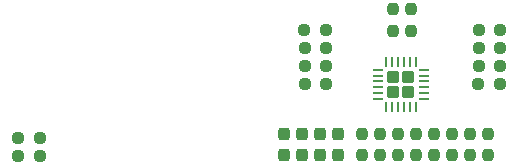
<source format=gtp>
%TF.GenerationSoftware,KiCad,Pcbnew,7.0.5*%
%TF.CreationDate,2025-04-23T02:04:11+08:00*%
%TF.ProjectId,touch-test-board,746f7563-682d-4746-9573-742d626f6172,rev?*%
%TF.SameCoordinates,Original*%
%TF.FileFunction,Paste,Top*%
%TF.FilePolarity,Positive*%
%FSLAX46Y46*%
G04 Gerber Fmt 4.6, Leading zero omitted, Abs format (unit mm)*
G04 Created by KiCad (PCBNEW 7.0.5) date 2025-04-23 02:04:11*
%MOMM*%
%LPD*%
G01*
G04 APERTURE LIST*
G04 Aperture macros list*
%AMRoundRect*
0 Rectangle with rounded corners*
0 $1 Rounding radius*
0 $2 $3 $4 $5 $6 $7 $8 $9 X,Y pos of 4 corners*
0 Add a 4 corners polygon primitive as box body*
4,1,4,$2,$3,$4,$5,$6,$7,$8,$9,$2,$3,0*
0 Add four circle primitives for the rounded corners*
1,1,$1+$1,$2,$3*
1,1,$1+$1,$4,$5*
1,1,$1+$1,$6,$7*
1,1,$1+$1,$8,$9*
0 Add four rect primitives between the rounded corners*
20,1,$1+$1,$2,$3,$4,$5,0*
20,1,$1+$1,$4,$5,$6,$7,0*
20,1,$1+$1,$6,$7,$8,$9,0*
20,1,$1+$1,$8,$9,$2,$3,0*%
G04 Aperture macros list end*
%ADD10RoundRect,0.237500X0.237500X-0.250000X0.237500X0.250000X-0.237500X0.250000X-0.237500X-0.250000X0*%
%ADD11RoundRect,0.237500X-0.237500X0.300000X-0.237500X-0.300000X0.237500X-0.300000X0.237500X0.300000X0*%
%ADD12RoundRect,0.237500X-0.250000X-0.237500X0.250000X-0.237500X0.250000X0.237500X-0.250000X0.237500X0*%
%ADD13RoundRect,0.237500X0.250000X0.237500X-0.250000X0.237500X-0.250000X-0.237500X0.250000X-0.237500X0*%
%ADD14RoundRect,0.250000X-0.275000X-0.275000X0.275000X-0.275000X0.275000X0.275000X-0.275000X0.275000X0*%
%ADD15RoundRect,0.062500X-0.350000X-0.062500X0.350000X-0.062500X0.350000X0.062500X-0.350000X0.062500X0*%
%ADD16RoundRect,0.062500X-0.062500X-0.350000X0.062500X-0.350000X0.062500X0.350000X-0.062500X0.350000X0*%
G04 APERTURE END LIST*
D10*
%TO.C,R9*%
X145034000Y-94105500D03*
X145034000Y-92280500D03*
%TD*%
%TO.C,R10*%
X143510000Y-94105500D03*
X143510000Y-92280500D03*
%TD*%
D11*
%TO.C,C3*%
X132334000Y-92330500D03*
X132334000Y-94055500D03*
%TD*%
D10*
%TO.C,R18*%
X137036037Y-83591500D03*
X137036037Y-81766500D03*
%TD*%
%TO.C,R13*%
X138938000Y-94105500D03*
X138938000Y-92280500D03*
%TD*%
D12*
%TO.C,R2*%
X129519537Y-85065000D03*
X131344537Y-85065000D03*
%TD*%
%TO.C,R4*%
X129519537Y-88113000D03*
X131344537Y-88113000D03*
%TD*%
D11*
%TO.C,C1*%
X129286000Y-92330500D03*
X129286000Y-94055500D03*
%TD*%
D13*
%TO.C,R8*%
X146050000Y-88113000D03*
X144225000Y-88113000D03*
%TD*%
%TO.C,R20*%
X107090574Y-94209000D03*
X105265574Y-94209000D03*
%TD*%
D11*
%TO.C,C2*%
X127762000Y-92330500D03*
X127762000Y-94055500D03*
%TD*%
D10*
%TO.C,R17*%
X138501611Y-83591500D03*
X138501611Y-81766500D03*
%TD*%
D13*
%TO.C,R5*%
X146076537Y-83541000D03*
X144251537Y-83541000D03*
%TD*%
D14*
%TO.C,U2*%
X137018000Y-87463000D03*
X137018000Y-88763000D03*
X138318000Y-87463000D03*
X138318000Y-88763000D03*
D15*
X135730500Y-86863000D03*
X135730500Y-87363000D03*
X135730500Y-87863000D03*
X135730500Y-88363000D03*
X135730500Y-88863000D03*
X135730500Y-89363000D03*
D16*
X136418000Y-90050500D03*
X136918000Y-90050500D03*
X137418000Y-90050500D03*
X137918000Y-90050500D03*
X138418000Y-90050500D03*
X138918000Y-90050500D03*
D15*
X139605500Y-89363000D03*
X139605500Y-88863000D03*
X139605500Y-88363000D03*
X139605500Y-87863000D03*
X139605500Y-87363000D03*
X139605500Y-86863000D03*
D16*
X138918000Y-86175500D03*
X138418000Y-86175500D03*
X137918000Y-86175500D03*
X137418000Y-86175500D03*
X136918000Y-86175500D03*
X136418000Y-86175500D03*
%TD*%
D13*
%TO.C,R7*%
X146076537Y-86589000D03*
X144251537Y-86589000D03*
%TD*%
D10*
%TO.C,R14*%
X137414000Y-94105500D03*
X137414000Y-92280500D03*
%TD*%
%TO.C,R16*%
X134366000Y-94105500D03*
X134366000Y-92280500D03*
%TD*%
D12*
%TO.C,R1*%
X129493000Y-83541000D03*
X131318000Y-83541000D03*
%TD*%
D10*
%TO.C,R11*%
X141986000Y-94105500D03*
X141986000Y-92280500D03*
%TD*%
D11*
%TO.C,C4*%
X130810000Y-92330500D03*
X130810000Y-94055500D03*
%TD*%
D10*
%TO.C,R15*%
X135890000Y-94105500D03*
X135890000Y-92280500D03*
%TD*%
D13*
%TO.C,R6*%
X146076537Y-85065000D03*
X144251537Y-85065000D03*
%TD*%
%TO.C,R19*%
X107090574Y-92685000D03*
X105265574Y-92685000D03*
%TD*%
D12*
%TO.C,R3*%
X129519537Y-86589000D03*
X131344537Y-86589000D03*
%TD*%
D10*
%TO.C,R12*%
X140462000Y-94105500D03*
X140462000Y-92280500D03*
%TD*%
M02*

</source>
